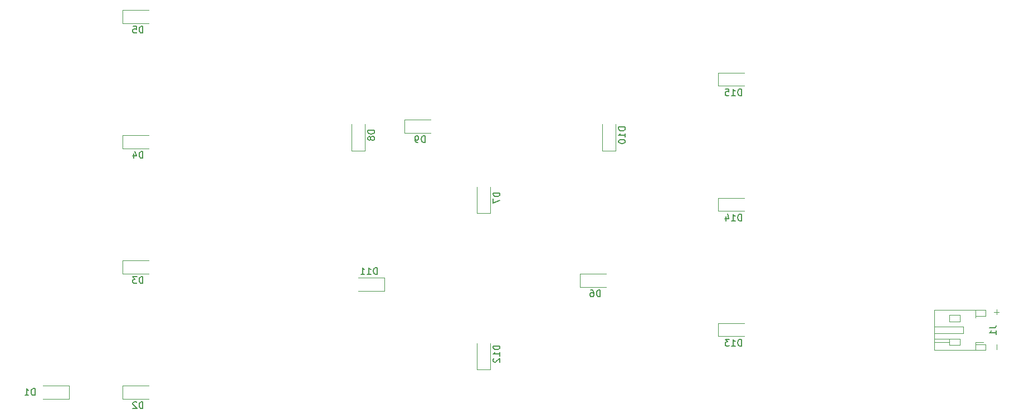
<source format=gbr>
%TF.GenerationSoftware,KiCad,Pcbnew,9.0.6*%
%TF.CreationDate,2026-01-24T17:24:49-08:00*%
%TF.ProjectId,board,626f6172-642e-46b6-9963-61645f706362,rev?*%
%TF.SameCoordinates,Original*%
%TF.FileFunction,Legend,Bot*%
%TF.FilePolarity,Positive*%
%FSLAX46Y46*%
G04 Gerber Fmt 4.6, Leading zero omitted, Abs format (unit mm)*
G04 Created by KiCad (PCBNEW 9.0.6) date 2026-01-24 17:24:49*
%MOMM*%
%LPD*%
G01*
G04 APERTURE LIST*
%ADD10C,0.100000*%
%ADD11C,0.150000*%
%ADD12C,0.120000*%
G04 APERTURE END LIST*
D10*
X182891466Y-125803884D02*
X182891466Y-126565789D01*
X182891466Y-120503884D02*
X182891466Y-121265789D01*
X183272419Y-120884836D02*
X182510514Y-120884836D01*
D11*
X126438675Y-92742825D02*
X125438675Y-92742825D01*
X125438675Y-92742825D02*
X125438675Y-92980920D01*
X125438675Y-92980920D02*
X125486294Y-93123777D01*
X125486294Y-93123777D02*
X125581532Y-93219015D01*
X125581532Y-93219015D02*
X125676770Y-93266634D01*
X125676770Y-93266634D02*
X125867246Y-93314253D01*
X125867246Y-93314253D02*
X126010103Y-93314253D01*
X126010103Y-93314253D02*
X126200579Y-93266634D01*
X126200579Y-93266634D02*
X126295817Y-93219015D01*
X126295817Y-93219015D02*
X126391056Y-93123777D01*
X126391056Y-93123777D02*
X126438675Y-92980920D01*
X126438675Y-92980920D02*
X126438675Y-92742825D01*
X126438675Y-94266634D02*
X126438675Y-93695206D01*
X126438675Y-93980920D02*
X125438675Y-93980920D01*
X125438675Y-93980920D02*
X125581532Y-93885682D01*
X125581532Y-93885682D02*
X125676770Y-93790444D01*
X125676770Y-93790444D02*
X125724389Y-93695206D01*
X125438675Y-94885682D02*
X125438675Y-94980920D01*
X125438675Y-94980920D02*
X125486294Y-95076158D01*
X125486294Y-95076158D02*
X125533913Y-95123777D01*
X125533913Y-95123777D02*
X125629151Y-95171396D01*
X125629151Y-95171396D02*
X125819627Y-95219015D01*
X125819627Y-95219015D02*
X126057722Y-95219015D01*
X126057722Y-95219015D02*
X126248198Y-95171396D01*
X126248198Y-95171396D02*
X126343436Y-95123777D01*
X126343436Y-95123777D02*
X126391056Y-95076158D01*
X126391056Y-95076158D02*
X126438675Y-94980920D01*
X126438675Y-94980920D02*
X126438675Y-94885682D01*
X126438675Y-94885682D02*
X126391056Y-94790444D01*
X126391056Y-94790444D02*
X126343436Y-94742825D01*
X126343436Y-94742825D02*
X126248198Y-94695206D01*
X126248198Y-94695206D02*
X126057722Y-94647587D01*
X126057722Y-94647587D02*
X125819627Y-94647587D01*
X125819627Y-94647587D02*
X125629151Y-94695206D01*
X125629151Y-94695206D02*
X125533913Y-94742825D01*
X125533913Y-94742825D02*
X125486294Y-94790444D01*
X125486294Y-94790444D02*
X125438675Y-94885682D01*
X144112218Y-87941609D02*
X144112218Y-86941609D01*
X144112218Y-86941609D02*
X143874123Y-86941609D01*
X143874123Y-86941609D02*
X143731266Y-86989228D01*
X143731266Y-86989228D02*
X143636028Y-87084466D01*
X143636028Y-87084466D02*
X143588409Y-87179704D01*
X143588409Y-87179704D02*
X143540790Y-87370180D01*
X143540790Y-87370180D02*
X143540790Y-87513037D01*
X143540790Y-87513037D02*
X143588409Y-87703513D01*
X143588409Y-87703513D02*
X143636028Y-87798751D01*
X143636028Y-87798751D02*
X143731266Y-87893990D01*
X143731266Y-87893990D02*
X143874123Y-87941609D01*
X143874123Y-87941609D02*
X144112218Y-87941609D01*
X142588409Y-87941609D02*
X143159837Y-87941609D01*
X142874123Y-87941609D02*
X142874123Y-86941609D01*
X142874123Y-86941609D02*
X142969361Y-87084466D01*
X142969361Y-87084466D02*
X143064599Y-87179704D01*
X143064599Y-87179704D02*
X143159837Y-87227323D01*
X141683647Y-86941609D02*
X142159837Y-86941609D01*
X142159837Y-86941609D02*
X142207456Y-87417799D01*
X142207456Y-87417799D02*
X142159837Y-87370180D01*
X142159837Y-87370180D02*
X142064599Y-87322561D01*
X142064599Y-87322561D02*
X141826504Y-87322561D01*
X141826504Y-87322561D02*
X141731266Y-87370180D01*
X141731266Y-87370180D02*
X141683647Y-87417799D01*
X141683647Y-87417799D02*
X141636028Y-87513037D01*
X141636028Y-87513037D02*
X141636028Y-87751132D01*
X141636028Y-87751132D02*
X141683647Y-87846370D01*
X141683647Y-87846370D02*
X141731266Y-87893990D01*
X141731266Y-87893990D02*
X141826504Y-87941609D01*
X141826504Y-87941609D02*
X142064599Y-87941609D01*
X142064599Y-87941609D02*
X142159837Y-87893990D01*
X142159837Y-87893990D02*
X142207456Y-87846370D01*
X144112218Y-106991625D02*
X144112218Y-105991625D01*
X144112218Y-105991625D02*
X143874123Y-105991625D01*
X143874123Y-105991625D02*
X143731266Y-106039244D01*
X143731266Y-106039244D02*
X143636028Y-106134482D01*
X143636028Y-106134482D02*
X143588409Y-106229720D01*
X143588409Y-106229720D02*
X143540790Y-106420196D01*
X143540790Y-106420196D02*
X143540790Y-106563053D01*
X143540790Y-106563053D02*
X143588409Y-106753529D01*
X143588409Y-106753529D02*
X143636028Y-106848767D01*
X143636028Y-106848767D02*
X143731266Y-106944006D01*
X143731266Y-106944006D02*
X143874123Y-106991625D01*
X143874123Y-106991625D02*
X144112218Y-106991625D01*
X142588409Y-106991625D02*
X143159837Y-106991625D01*
X142874123Y-106991625D02*
X142874123Y-105991625D01*
X142874123Y-105991625D02*
X142969361Y-106134482D01*
X142969361Y-106134482D02*
X143064599Y-106229720D01*
X143064599Y-106229720D02*
X143159837Y-106277339D01*
X141731266Y-106324958D02*
X141731266Y-106991625D01*
X141969361Y-105944006D02*
X142207456Y-106658291D01*
X142207456Y-106658291D02*
X141588409Y-106658291D01*
X144112218Y-126041641D02*
X144112218Y-125041641D01*
X144112218Y-125041641D02*
X143874123Y-125041641D01*
X143874123Y-125041641D02*
X143731266Y-125089260D01*
X143731266Y-125089260D02*
X143636028Y-125184498D01*
X143636028Y-125184498D02*
X143588409Y-125279736D01*
X143588409Y-125279736D02*
X143540790Y-125470212D01*
X143540790Y-125470212D02*
X143540790Y-125613069D01*
X143540790Y-125613069D02*
X143588409Y-125803545D01*
X143588409Y-125803545D02*
X143636028Y-125898783D01*
X143636028Y-125898783D02*
X143731266Y-125994022D01*
X143731266Y-125994022D02*
X143874123Y-126041641D01*
X143874123Y-126041641D02*
X144112218Y-126041641D01*
X142588409Y-126041641D02*
X143159837Y-126041641D01*
X142874123Y-126041641D02*
X142874123Y-125041641D01*
X142874123Y-125041641D02*
X142969361Y-125184498D01*
X142969361Y-125184498D02*
X143064599Y-125279736D01*
X143064599Y-125279736D02*
X143159837Y-125327355D01*
X142255075Y-125041641D02*
X141636028Y-125041641D01*
X141636028Y-125041641D02*
X141969361Y-125422593D01*
X141969361Y-125422593D02*
X141826504Y-125422593D01*
X141826504Y-125422593D02*
X141731266Y-125470212D01*
X141731266Y-125470212D02*
X141683647Y-125517831D01*
X141683647Y-125517831D02*
X141636028Y-125613069D01*
X141636028Y-125613069D02*
X141636028Y-125851164D01*
X141636028Y-125851164D02*
X141683647Y-125946402D01*
X141683647Y-125946402D02*
X141731266Y-125994022D01*
X141731266Y-125994022D02*
X141826504Y-126041641D01*
X141826504Y-126041641D02*
X142112218Y-126041641D01*
X142112218Y-126041641D02*
X142207456Y-125994022D01*
X142207456Y-125994022D02*
X142255075Y-125946402D01*
X53148451Y-78416601D02*
X53148451Y-77416601D01*
X53148451Y-77416601D02*
X52910356Y-77416601D01*
X52910356Y-77416601D02*
X52767499Y-77464220D01*
X52767499Y-77464220D02*
X52672261Y-77559458D01*
X52672261Y-77559458D02*
X52624642Y-77654696D01*
X52624642Y-77654696D02*
X52577023Y-77845172D01*
X52577023Y-77845172D02*
X52577023Y-77988029D01*
X52577023Y-77988029D02*
X52624642Y-78178505D01*
X52624642Y-78178505D02*
X52672261Y-78273743D01*
X52672261Y-78273743D02*
X52767499Y-78368982D01*
X52767499Y-78368982D02*
X52910356Y-78416601D01*
X52910356Y-78416601D02*
X53148451Y-78416601D01*
X51672261Y-77416601D02*
X52148451Y-77416601D01*
X52148451Y-77416601D02*
X52196070Y-77892791D01*
X52196070Y-77892791D02*
X52148451Y-77845172D01*
X52148451Y-77845172D02*
X52053213Y-77797553D01*
X52053213Y-77797553D02*
X51815118Y-77797553D01*
X51815118Y-77797553D02*
X51719880Y-77845172D01*
X51719880Y-77845172D02*
X51672261Y-77892791D01*
X51672261Y-77892791D02*
X51624642Y-77988029D01*
X51624642Y-77988029D02*
X51624642Y-78226124D01*
X51624642Y-78226124D02*
X51672261Y-78321362D01*
X51672261Y-78321362D02*
X51719880Y-78368982D01*
X51719880Y-78368982D02*
X51815118Y-78416601D01*
X51815118Y-78416601D02*
X52053213Y-78416601D01*
X52053213Y-78416601D02*
X52148451Y-78368982D01*
X52148451Y-78368982D02*
X52196070Y-78321362D01*
X53148451Y-116516633D02*
X53148451Y-115516633D01*
X53148451Y-115516633D02*
X52910356Y-115516633D01*
X52910356Y-115516633D02*
X52767499Y-115564252D01*
X52767499Y-115564252D02*
X52672261Y-115659490D01*
X52672261Y-115659490D02*
X52624642Y-115754728D01*
X52624642Y-115754728D02*
X52577023Y-115945204D01*
X52577023Y-115945204D02*
X52577023Y-116088061D01*
X52577023Y-116088061D02*
X52624642Y-116278537D01*
X52624642Y-116278537D02*
X52672261Y-116373775D01*
X52672261Y-116373775D02*
X52767499Y-116469014D01*
X52767499Y-116469014D02*
X52910356Y-116516633D01*
X52910356Y-116516633D02*
X53148451Y-116516633D01*
X52243689Y-115516633D02*
X51624642Y-115516633D01*
X51624642Y-115516633D02*
X51957975Y-115897585D01*
X51957975Y-115897585D02*
X51815118Y-115897585D01*
X51815118Y-115897585D02*
X51719880Y-115945204D01*
X51719880Y-115945204D02*
X51672261Y-115992823D01*
X51672261Y-115992823D02*
X51624642Y-116088061D01*
X51624642Y-116088061D02*
X51624642Y-116326156D01*
X51624642Y-116326156D02*
X51672261Y-116421394D01*
X51672261Y-116421394D02*
X51719880Y-116469014D01*
X51719880Y-116469014D02*
X51815118Y-116516633D01*
X51815118Y-116516633D02*
X52100832Y-116516633D01*
X52100832Y-116516633D02*
X52196070Y-116469014D01*
X52196070Y-116469014D02*
X52243689Y-116421394D01*
X107388659Y-102744024D02*
X106388659Y-102744024D01*
X106388659Y-102744024D02*
X106388659Y-102982119D01*
X106388659Y-102982119D02*
X106436278Y-103124976D01*
X106436278Y-103124976D02*
X106531516Y-103220214D01*
X106531516Y-103220214D02*
X106626754Y-103267833D01*
X106626754Y-103267833D02*
X106817230Y-103315452D01*
X106817230Y-103315452D02*
X106960087Y-103315452D01*
X106960087Y-103315452D02*
X107150563Y-103267833D01*
X107150563Y-103267833D02*
X107245801Y-103220214D01*
X107245801Y-103220214D02*
X107341040Y-103124976D01*
X107341040Y-103124976D02*
X107388659Y-102982119D01*
X107388659Y-102982119D02*
X107388659Y-102744024D01*
X106388659Y-103648786D02*
X106388659Y-104315452D01*
X106388659Y-104315452D02*
X107388659Y-103886881D01*
X122641320Y-118540854D02*
X122641320Y-117540854D01*
X122641320Y-117540854D02*
X122403225Y-117540854D01*
X122403225Y-117540854D02*
X122260368Y-117588473D01*
X122260368Y-117588473D02*
X122165130Y-117683711D01*
X122165130Y-117683711D02*
X122117511Y-117778949D01*
X122117511Y-117778949D02*
X122069892Y-117969425D01*
X122069892Y-117969425D02*
X122069892Y-118112282D01*
X122069892Y-118112282D02*
X122117511Y-118302758D01*
X122117511Y-118302758D02*
X122165130Y-118397996D01*
X122165130Y-118397996D02*
X122260368Y-118493235D01*
X122260368Y-118493235D02*
X122403225Y-118540854D01*
X122403225Y-118540854D02*
X122641320Y-118540854D01*
X121212749Y-117540854D02*
X121403225Y-117540854D01*
X121403225Y-117540854D02*
X121498463Y-117588473D01*
X121498463Y-117588473D02*
X121546082Y-117636092D01*
X121546082Y-117636092D02*
X121641320Y-117778949D01*
X121641320Y-117778949D02*
X121688939Y-117969425D01*
X121688939Y-117969425D02*
X121688939Y-118350377D01*
X121688939Y-118350377D02*
X121641320Y-118445615D01*
X121641320Y-118445615D02*
X121593701Y-118493235D01*
X121593701Y-118493235D02*
X121498463Y-118540854D01*
X121498463Y-118540854D02*
X121307987Y-118540854D01*
X121307987Y-118540854D02*
X121212749Y-118493235D01*
X121212749Y-118493235D02*
X121165130Y-118445615D01*
X121165130Y-118445615D02*
X121117511Y-118350377D01*
X121117511Y-118350377D02*
X121117511Y-118112282D01*
X121117511Y-118112282D02*
X121165130Y-118017044D01*
X121165130Y-118017044D02*
X121212749Y-117969425D01*
X121212749Y-117969425D02*
X121307987Y-117921806D01*
X121307987Y-117921806D02*
X121498463Y-117921806D01*
X121498463Y-117921806D02*
X121593701Y-117969425D01*
X121593701Y-117969425D02*
X121641320Y-118017044D01*
X121641320Y-118017044D02*
X121688939Y-118112282D01*
X107388631Y-126046757D02*
X106388631Y-126046757D01*
X106388631Y-126046757D02*
X106388631Y-126284852D01*
X106388631Y-126284852D02*
X106436250Y-126427709D01*
X106436250Y-126427709D02*
X106531488Y-126522947D01*
X106531488Y-126522947D02*
X106626726Y-126570566D01*
X106626726Y-126570566D02*
X106817202Y-126618185D01*
X106817202Y-126618185D02*
X106960059Y-126618185D01*
X106960059Y-126618185D02*
X107150535Y-126570566D01*
X107150535Y-126570566D02*
X107245773Y-126522947D01*
X107245773Y-126522947D02*
X107341012Y-126427709D01*
X107341012Y-126427709D02*
X107388631Y-126284852D01*
X107388631Y-126284852D02*
X107388631Y-126046757D01*
X107388631Y-127570566D02*
X107388631Y-126999138D01*
X107388631Y-127284852D02*
X106388631Y-127284852D01*
X106388631Y-127284852D02*
X106531488Y-127189614D01*
X106531488Y-127189614D02*
X106626726Y-127094376D01*
X106626726Y-127094376D02*
X106674345Y-126999138D01*
X106483869Y-127951519D02*
X106436250Y-127999138D01*
X106436250Y-127999138D02*
X106388631Y-128094376D01*
X106388631Y-128094376D02*
X106388631Y-128332471D01*
X106388631Y-128332471D02*
X106436250Y-128427709D01*
X106436250Y-128427709D02*
X106483869Y-128475328D01*
X106483869Y-128475328D02*
X106579107Y-128522947D01*
X106579107Y-128522947D02*
X106674345Y-128522947D01*
X106674345Y-128522947D02*
X106817202Y-128475328D01*
X106817202Y-128475328D02*
X107388631Y-127903900D01*
X107388631Y-127903900D02*
X107388631Y-128522947D01*
X53148451Y-135566649D02*
X53148451Y-134566649D01*
X53148451Y-134566649D02*
X52910356Y-134566649D01*
X52910356Y-134566649D02*
X52767499Y-134614268D01*
X52767499Y-134614268D02*
X52672261Y-134709506D01*
X52672261Y-134709506D02*
X52624642Y-134804744D01*
X52624642Y-134804744D02*
X52577023Y-134995220D01*
X52577023Y-134995220D02*
X52577023Y-135138077D01*
X52577023Y-135138077D02*
X52624642Y-135328553D01*
X52624642Y-135328553D02*
X52672261Y-135423791D01*
X52672261Y-135423791D02*
X52767499Y-135519030D01*
X52767499Y-135519030D02*
X52910356Y-135566649D01*
X52910356Y-135566649D02*
X53148451Y-135566649D01*
X52196070Y-134661887D02*
X52148451Y-134614268D01*
X52148451Y-134614268D02*
X52053213Y-134566649D01*
X52053213Y-134566649D02*
X51815118Y-134566649D01*
X51815118Y-134566649D02*
X51719880Y-134614268D01*
X51719880Y-134614268D02*
X51672261Y-134661887D01*
X51672261Y-134661887D02*
X51624642Y-134757125D01*
X51624642Y-134757125D02*
X51624642Y-134852363D01*
X51624642Y-134852363D02*
X51672261Y-134995220D01*
X51672261Y-134995220D02*
X52243689Y-135566649D01*
X52243689Y-135566649D02*
X51624642Y-135566649D01*
X96010987Y-95085365D02*
X96010987Y-94085365D01*
X96010987Y-94085365D02*
X95772892Y-94085365D01*
X95772892Y-94085365D02*
X95630035Y-94132984D01*
X95630035Y-94132984D02*
X95534797Y-94228222D01*
X95534797Y-94228222D02*
X95487178Y-94323460D01*
X95487178Y-94323460D02*
X95439559Y-94513936D01*
X95439559Y-94513936D02*
X95439559Y-94656793D01*
X95439559Y-94656793D02*
X95487178Y-94847269D01*
X95487178Y-94847269D02*
X95534797Y-94942507D01*
X95534797Y-94942507D02*
X95630035Y-95037746D01*
X95630035Y-95037746D02*
X95772892Y-95085365D01*
X95772892Y-95085365D02*
X96010987Y-95085365D01*
X94963368Y-95085365D02*
X94772892Y-95085365D01*
X94772892Y-95085365D02*
X94677654Y-95037746D01*
X94677654Y-95037746D02*
X94630035Y-94990126D01*
X94630035Y-94990126D02*
X94534797Y-94847269D01*
X94534797Y-94847269D02*
X94487178Y-94656793D01*
X94487178Y-94656793D02*
X94487178Y-94275841D01*
X94487178Y-94275841D02*
X94534797Y-94180603D01*
X94534797Y-94180603D02*
X94582416Y-94132984D01*
X94582416Y-94132984D02*
X94677654Y-94085365D01*
X94677654Y-94085365D02*
X94868130Y-94085365D01*
X94868130Y-94085365D02*
X94963368Y-94132984D01*
X94963368Y-94132984D02*
X95010987Y-94180603D01*
X95010987Y-94180603D02*
X95058606Y-94275841D01*
X95058606Y-94275841D02*
X95058606Y-94513936D01*
X95058606Y-94513936D02*
X95010987Y-94609174D01*
X95010987Y-94609174D02*
X94963368Y-94656793D01*
X94963368Y-94656793D02*
X94868130Y-94704412D01*
X94868130Y-94704412D02*
X94677654Y-94704412D01*
X94677654Y-94704412D02*
X94582416Y-94656793D01*
X94582416Y-94656793D02*
X94534797Y-94609174D01*
X94534797Y-94609174D02*
X94487178Y-94513936D01*
X88338643Y-93219016D02*
X87338643Y-93219016D01*
X87338643Y-93219016D02*
X87338643Y-93457111D01*
X87338643Y-93457111D02*
X87386262Y-93599968D01*
X87386262Y-93599968D02*
X87481500Y-93695206D01*
X87481500Y-93695206D02*
X87576738Y-93742825D01*
X87576738Y-93742825D02*
X87767214Y-93790444D01*
X87767214Y-93790444D02*
X87910071Y-93790444D01*
X87910071Y-93790444D02*
X88100547Y-93742825D01*
X88100547Y-93742825D02*
X88195785Y-93695206D01*
X88195785Y-93695206D02*
X88291024Y-93599968D01*
X88291024Y-93599968D02*
X88338643Y-93457111D01*
X88338643Y-93457111D02*
X88338643Y-93219016D01*
X87767214Y-94361873D02*
X87719595Y-94266635D01*
X87719595Y-94266635D02*
X87671976Y-94219016D01*
X87671976Y-94219016D02*
X87576738Y-94171397D01*
X87576738Y-94171397D02*
X87529119Y-94171397D01*
X87529119Y-94171397D02*
X87433881Y-94219016D01*
X87433881Y-94219016D02*
X87386262Y-94266635D01*
X87386262Y-94266635D02*
X87338643Y-94361873D01*
X87338643Y-94361873D02*
X87338643Y-94552349D01*
X87338643Y-94552349D02*
X87386262Y-94647587D01*
X87386262Y-94647587D02*
X87433881Y-94695206D01*
X87433881Y-94695206D02*
X87529119Y-94742825D01*
X87529119Y-94742825D02*
X87576738Y-94742825D01*
X87576738Y-94742825D02*
X87671976Y-94695206D01*
X87671976Y-94695206D02*
X87719595Y-94647587D01*
X87719595Y-94647587D02*
X87767214Y-94552349D01*
X87767214Y-94552349D02*
X87767214Y-94361873D01*
X87767214Y-94361873D02*
X87814833Y-94266635D01*
X87814833Y-94266635D02*
X87862452Y-94219016D01*
X87862452Y-94219016D02*
X87957690Y-94171397D01*
X87957690Y-94171397D02*
X88148166Y-94171397D01*
X88148166Y-94171397D02*
X88243404Y-94219016D01*
X88243404Y-94219016D02*
X88291024Y-94266635D01*
X88291024Y-94266635D02*
X88338643Y-94361873D01*
X88338643Y-94361873D02*
X88338643Y-94552349D01*
X88338643Y-94552349D02*
X88291024Y-94647587D01*
X88291024Y-94647587D02*
X88243404Y-94695206D01*
X88243404Y-94695206D02*
X88148166Y-94742825D01*
X88148166Y-94742825D02*
X87957690Y-94742825D01*
X87957690Y-94742825D02*
X87862452Y-94695206D01*
X87862452Y-94695206D02*
X87814833Y-94647587D01*
X87814833Y-94647587D02*
X87767214Y-94552349D01*
X53148451Y-97466617D02*
X53148451Y-96466617D01*
X53148451Y-96466617D02*
X52910356Y-96466617D01*
X52910356Y-96466617D02*
X52767499Y-96514236D01*
X52767499Y-96514236D02*
X52672261Y-96609474D01*
X52672261Y-96609474D02*
X52624642Y-96704712D01*
X52624642Y-96704712D02*
X52577023Y-96895188D01*
X52577023Y-96895188D02*
X52577023Y-97038045D01*
X52577023Y-97038045D02*
X52624642Y-97228521D01*
X52624642Y-97228521D02*
X52672261Y-97323759D01*
X52672261Y-97323759D02*
X52767499Y-97418998D01*
X52767499Y-97418998D02*
X52910356Y-97466617D01*
X52910356Y-97466617D02*
X53148451Y-97466617D01*
X51719880Y-96799950D02*
X51719880Y-97466617D01*
X51957975Y-96418998D02*
X52196070Y-97133283D01*
X52196070Y-97133283D02*
X51577023Y-97133283D01*
X181789345Y-123301144D02*
X182503630Y-123301144D01*
X182503630Y-123301144D02*
X182646487Y-123253525D01*
X182646487Y-123253525D02*
X182741726Y-123158287D01*
X182741726Y-123158287D02*
X182789345Y-123015430D01*
X182789345Y-123015430D02*
X182789345Y-122920192D01*
X182789345Y-124301144D02*
X182789345Y-123729716D01*
X182789345Y-124015430D02*
X181789345Y-124015430D01*
X181789345Y-124015430D02*
X181932202Y-123920192D01*
X181932202Y-123920192D02*
X182027440Y-123824954D01*
X182027440Y-123824954D02*
X182075059Y-123729716D01*
X36738094Y-133544819D02*
X36738094Y-132544819D01*
X36738094Y-132544819D02*
X36499999Y-132544819D01*
X36499999Y-132544819D02*
X36357142Y-132592438D01*
X36357142Y-132592438D02*
X36261904Y-132687676D01*
X36261904Y-132687676D02*
X36214285Y-132782914D01*
X36214285Y-132782914D02*
X36166666Y-132973390D01*
X36166666Y-132973390D02*
X36166666Y-133116247D01*
X36166666Y-133116247D02*
X36214285Y-133306723D01*
X36214285Y-133306723D02*
X36261904Y-133401961D01*
X36261904Y-133401961D02*
X36357142Y-133497200D01*
X36357142Y-133497200D02*
X36499999Y-133544819D01*
X36499999Y-133544819D02*
X36738094Y-133544819D01*
X35214285Y-133544819D02*
X35785713Y-133544819D01*
X35499999Y-133544819D02*
X35499999Y-132544819D01*
X35499999Y-132544819D02*
X35595237Y-132687676D01*
X35595237Y-132687676D02*
X35690475Y-132782914D01*
X35690475Y-132782914D02*
X35785713Y-132830533D01*
X88748081Y-115136167D02*
X88748081Y-114136167D01*
X88748081Y-114136167D02*
X88509986Y-114136167D01*
X88509986Y-114136167D02*
X88367129Y-114183786D01*
X88367129Y-114183786D02*
X88271891Y-114279024D01*
X88271891Y-114279024D02*
X88224272Y-114374262D01*
X88224272Y-114374262D02*
X88176653Y-114564738D01*
X88176653Y-114564738D02*
X88176653Y-114707595D01*
X88176653Y-114707595D02*
X88224272Y-114898071D01*
X88224272Y-114898071D02*
X88271891Y-114993309D01*
X88271891Y-114993309D02*
X88367129Y-115088548D01*
X88367129Y-115088548D02*
X88509986Y-115136167D01*
X88509986Y-115136167D02*
X88748081Y-115136167D01*
X87224272Y-115136167D02*
X87795700Y-115136167D01*
X87509986Y-115136167D02*
X87509986Y-114136167D01*
X87509986Y-114136167D02*
X87605224Y-114279024D01*
X87605224Y-114279024D02*
X87700462Y-114374262D01*
X87700462Y-114374262D02*
X87795700Y-114421881D01*
X86271891Y-115136167D02*
X86843319Y-115136167D01*
X86557605Y-115136167D02*
X86557605Y-114136167D01*
X86557605Y-114136167D02*
X86652843Y-114279024D01*
X86652843Y-114279024D02*
X86748081Y-114374262D01*
X86748081Y-114374262D02*
X86843319Y-114421881D01*
D12*
%TO.C,D10*%
X122983856Y-96317111D02*
X122983856Y-92307111D01*
X124983856Y-96317111D02*
X122983856Y-96317111D01*
X124983856Y-96317111D02*
X124983856Y-92307111D01*
%TO.C,D15*%
X140537933Y-84486790D02*
X144547933Y-84486790D01*
X140537933Y-86486790D02*
X140537933Y-84486790D01*
X140537933Y-86486790D02*
X144547933Y-86486790D01*
%TO.C,D14*%
X140537933Y-103536806D02*
X144547933Y-103536806D01*
X140537933Y-105536806D02*
X140537933Y-103536806D01*
X140537933Y-105536806D02*
X144547933Y-105536806D01*
%TO.C,D13*%
X140537933Y-122586822D02*
X144547933Y-122586822D01*
X140537933Y-124586822D02*
X140537933Y-122586822D01*
X140537933Y-124586822D02*
X144547933Y-124586822D01*
%TO.C,D5*%
X50050357Y-74961782D02*
X54060357Y-74961782D01*
X50050357Y-76961782D02*
X50050357Y-74961782D01*
X50050357Y-76961782D02*
X54060357Y-76961782D01*
%TO.C,D3*%
X50050357Y-113061814D02*
X54060357Y-113061814D01*
X50050357Y-115061814D02*
X50050357Y-113061814D01*
X50050357Y-115061814D02*
X54060357Y-115061814D01*
%TO.C,D7*%
X103933840Y-105842119D02*
X103933840Y-101832119D01*
X105933840Y-105842119D02*
X103933840Y-105842119D01*
X105933840Y-105842119D02*
X105933840Y-101832119D01*
%TO.C,D6*%
X119543226Y-115086035D02*
X123553226Y-115086035D01*
X119543226Y-117086035D02*
X119543226Y-115086035D01*
X119543226Y-117086035D02*
X123553226Y-117086035D01*
%TO.C,D12*%
X103933812Y-129621043D02*
X103933812Y-125611043D01*
X105933812Y-129621043D02*
X103933812Y-129621043D01*
X105933812Y-129621043D02*
X105933812Y-125611043D01*
%TO.C,D2*%
X50050357Y-132111830D02*
X54060357Y-132111830D01*
X50050357Y-134111830D02*
X50050357Y-132111830D01*
X50050357Y-134111830D02*
X54060357Y-134111830D01*
%TO.C,D9*%
X92912893Y-91630546D02*
X96922893Y-91630546D01*
X92912893Y-93630546D02*
X92912893Y-91630546D01*
X92912893Y-93630546D02*
X96922893Y-93630546D01*
%TO.C,D8*%
X84883824Y-96317111D02*
X84883824Y-92307111D01*
X86883824Y-96317111D02*
X84883824Y-96317111D01*
X86883824Y-96317111D02*
X86883824Y-92307111D01*
%TO.C,D4*%
X50050357Y-94011798D02*
X54060357Y-94011798D01*
X50050357Y-96011798D02*
X50050357Y-94011798D01*
X50050357Y-96011798D02*
X54060357Y-96011798D01*
%TO.C,J1*%
X173424526Y-120574478D02*
X181244526Y-120574478D01*
X173424526Y-124134478D02*
X177784526Y-124134478D01*
X173424526Y-126694478D02*
X173424526Y-120574478D01*
X175684526Y-121334478D02*
X175684526Y-122334478D01*
X175684526Y-122334478D02*
X177284526Y-122334478D01*
X175684526Y-124934478D02*
X173424526Y-124934478D01*
X175684526Y-124934478D02*
X177284526Y-124934478D01*
X175684526Y-125434478D02*
X173424526Y-125434478D01*
X175684526Y-125934478D02*
X175684526Y-124934478D01*
X177284526Y-121334478D02*
X175684526Y-121334478D01*
X177284526Y-122334478D02*
X177284526Y-121334478D01*
X177284526Y-124934478D02*
X177284526Y-125934478D01*
X177284526Y-125934478D02*
X175684526Y-125934478D01*
X177784526Y-123134478D02*
X173424526Y-123134478D01*
X177784526Y-124134478D02*
X177784526Y-123134478D01*
X179644526Y-120574478D02*
X179644526Y-121494478D01*
X179644526Y-121494478D02*
X179644526Y-121774478D01*
X179644526Y-125494478D02*
X179644526Y-125774478D01*
X179644526Y-125494478D02*
X180859526Y-125494478D01*
X179644526Y-125774478D02*
X181244526Y-125774478D01*
X179644526Y-126694478D02*
X179644526Y-125774478D01*
X181244526Y-120574478D02*
X181244526Y-121494478D01*
X181244526Y-121494478D02*
X179644526Y-121494478D01*
X181244526Y-125774478D02*
X181244526Y-126694478D01*
X181244526Y-126694478D02*
X173424526Y-126694478D01*
%TO.C,D1*%
X41945321Y-132111870D02*
X37935321Y-132111870D01*
X41945321Y-132111870D02*
X41945321Y-134111870D01*
X41945321Y-134111870D02*
X37935321Y-134111870D01*
%TO.C,D11*%
X89893796Y-115681348D02*
X85883796Y-115681348D01*
X89893796Y-115681348D02*
X89893796Y-117681348D01*
X89893796Y-117681348D02*
X85883796Y-117681348D01*
%TD*%
M02*

</source>
